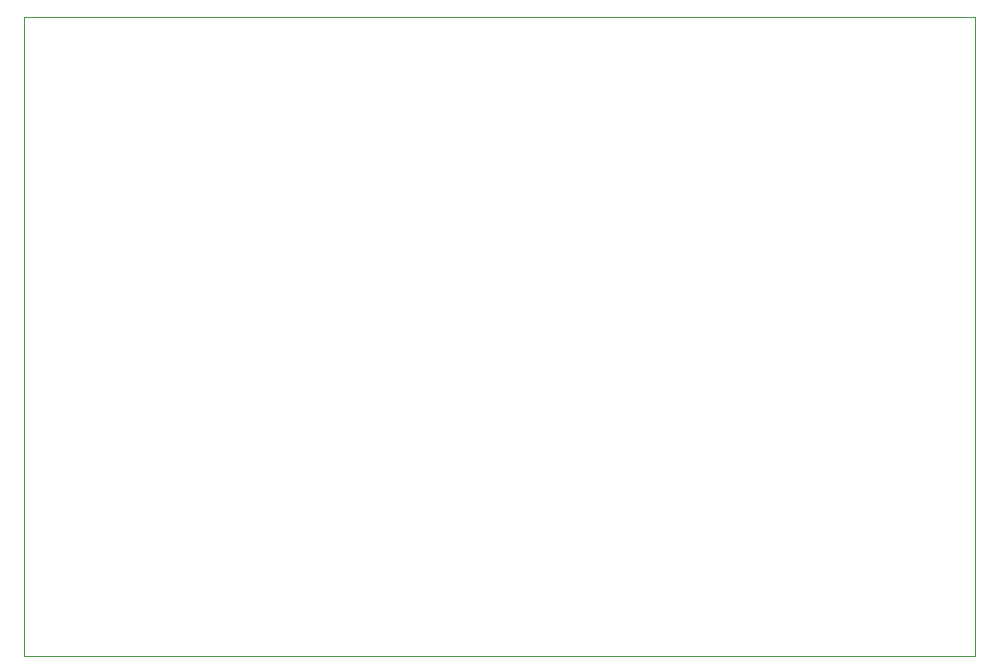
<source format=gbr>
%TF.GenerationSoftware,KiCad,Pcbnew,9.0.6*%
%TF.CreationDate,2025-12-08T21:15:04+04:00*%
%TF.ProjectId,L3MON hackpad,4c334d4f-4e20-4686-9163-6b7061642e6b,rev?*%
%TF.SameCoordinates,Original*%
%TF.FileFunction,Profile,NP*%
%FSLAX46Y46*%
G04 Gerber Fmt 4.6, Leading zero omitted, Abs format (unit mm)*
G04 Created by KiCad (PCBNEW 9.0.6) date 2025-12-08 21:15:04*
%MOMM*%
%LPD*%
G01*
G04 APERTURE LIST*
%TA.AperFunction,Profile*%
%ADD10C,0.050000*%
%TD*%
G04 APERTURE END LIST*
D10*
X96883750Y-32280000D02*
X177376250Y-32280000D01*
X177376250Y-86398750D01*
X96883750Y-86398750D01*
X96883750Y-32280000D01*
M02*

</source>
